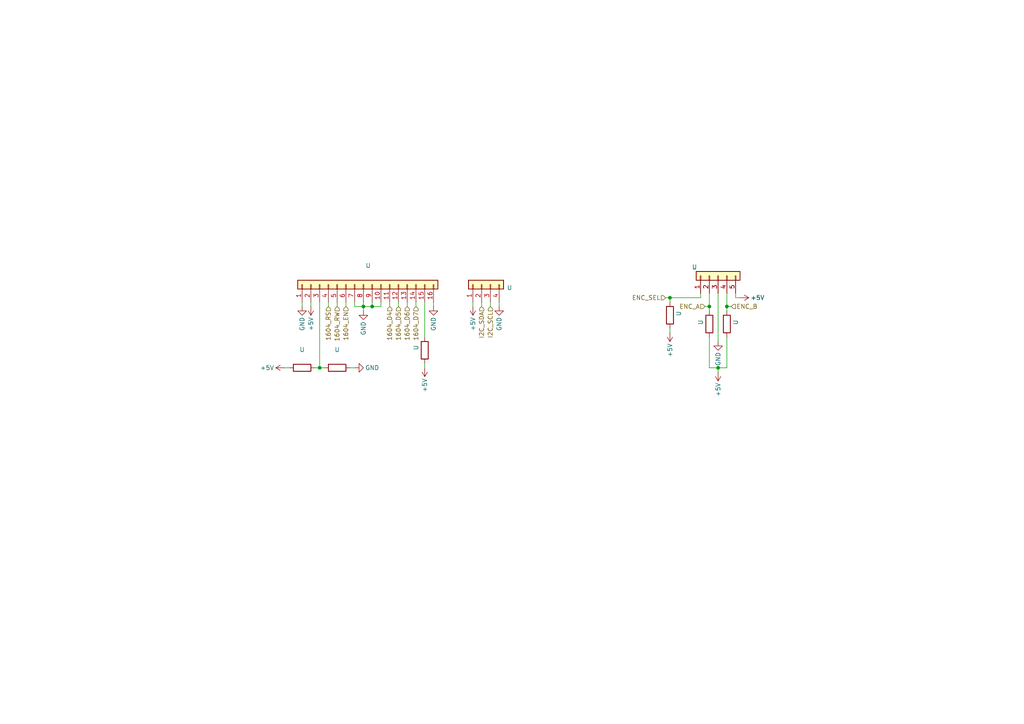
<source format=kicad_sch>
(kicad_sch (version 20220622) (generator eeschema)
  (paper "A4")
  (lib_symbols
    (symbol "Connector_Generic:Conn_01x04" (pin_names (offset 1.016) hide)
      (property "Reference" "J" (at 0 5.08 0))
      (property "Value" "Conn_01x04" (at 0 -7.62 0))
      (symbol "Conn_01x04_1_1"
        (rectangle (start -1.27 -4.953) (end 0 -5.207) (stroke (width 0.1524)))
        (rectangle (start -1.27 -2.413) (end 0 -2.667) (stroke (width 0.1524)))
        (rectangle (start -1.27 0.127) (end 0 -0.127) (stroke (width 0.1524)))
        (rectangle (start -1.27 2.667) (end 0 2.413) (stroke (width 0.1524)))
        (rectangle (start -1.27 3.81) (end 1.27 -6.35) (stroke (width 0.254)) (fill (type background)))
        (pin passive line (at -5.08 2.54 0) (length 3.81) (name "Pin_1") (number "1"))
        (pin passive line (at -5.08 0 0) (length 3.81) (name "Pin_2") (number "2"))
        (pin passive line (at -5.08 -2.54 0) (length 3.81) (name "Pin_3") (number "3"))
        (pin passive line (at -5.08 -5.08 0) (length 3.81) (name "Pin_4") (number "4"))
      )
    )
    (symbol "Connector_Generic:Conn_01x05" (pin_names (offset 1.016) hide)
      (property "Reference" "J" (at 0 7.62 0))
      (property "Value" "Conn_01x05" (at 0 -7.62 0))
      (symbol "Conn_01x05_1_1"
        (rectangle (start -1.27 -4.953) (end 0 -5.207) (stroke (width 0.1524)))
        (rectangle (start -1.27 -2.413) (end 0 -2.667) (stroke (width 0.1524)))
        (rectangle (start -1.27 0.127) (end 0 -0.127) (stroke (width 0.1524)))
        (rectangle (start -1.27 2.667) (end 0 2.413) (stroke (width 0.1524)))
        (rectangle (start -1.27 5.207) (end 0 4.953) (stroke (width 0.1524)))
        (rectangle (start -1.27 6.35) (end 1.27 -6.35) (stroke (width 0.254)) (fill (type background)))
        (pin passive line (at -5.08 5.08 0) (length 3.81) (name "Pin_1") (number "1"))
        (pin passive line (at -5.08 2.54 0) (length 3.81) (name "Pin_2") (number "2"))
        (pin passive line (at -5.08 0 0) (length 3.81) (name "Pin_3") (number "3"))
        (pin passive line (at -5.08 -2.54 0) (length 3.81) (name "Pin_4") (number "4"))
        (pin passive line (at -5.08 -5.08 0) (length 3.81) (name "Pin_5") (number "5"))
      )
    )
    (symbol "Connector_Generic:Conn_01x16" (pin_names (offset 1.016) hide)
      (property "Reference" "J" (at 0 20.32 0))
      (property "Value" "Conn_01x16" (at 0 -22.86 0))
      (symbol "Conn_01x16_1_1"
        (rectangle (start -1.27 -20.193) (end 0 -20.447) (stroke (width 0.1524)))
        (rectangle (start -1.27 -17.653) (end 0 -17.907) (stroke (width 0.1524)))
        (rectangle (start -1.27 -15.113) (end 0 -15.367) (stroke (width 0.1524)))
        (rectangle (start -1.27 -12.573) (end 0 -12.827) (stroke (width 0.1524)))
        (rectangle (start -1.27 -10.033) (end 0 -10.287) (stroke (width 0.1524)))
        (rectangle (start -1.27 -7.493) (end 0 -7.747) (stroke (width 0.1524)))
        (rectangle (start -1.27 -4.953) (end 0 -5.207) (stroke (width 0.1524)))
        (rectangle (start -1.27 -2.413) (end 0 -2.667) (stroke (width 0.1524)))
        (rectangle (start -1.27 0.127) (end 0 -0.127) (stroke (width 0.1524)))
        (rectangle (start -1.27 2.667) (end 0 2.413) (stroke (width 0.1524)))
        (rectangle (start -1.27 5.207) (end 0 4.953) (stroke (width 0.1524)))
        (rectangle (start -1.27 7.747) (end 0 7.493) (stroke (width 0.1524)))
        (rectangle (start -1.27 10.287) (end 0 10.033) (stroke (width 0.1524)))
        (rectangle (start -1.27 12.827) (end 0 12.573) (stroke (width 0.1524)))
        (rectangle (start -1.27 15.367) (end 0 15.113) (stroke (width 0.1524)))
        (rectangle (start -1.27 17.907) (end 0 17.653) (stroke (width 0.1524)))
        (rectangle (start -1.27 19.05) (end 1.27 -21.59) (stroke (width 0.254)) (fill (type background)))
        (pin passive line (at -5.08 17.78 0) (length 3.81) (name "Pin_1") (number "1"))
        (pin passive line (at -5.08 -5.08 0) (length 3.81) (name "Pin_10") (number "10"))
        (pin passive line (at -5.08 -7.62 0) (length 3.81) (name "Pin_11") (number "11"))
        (pin passive line (at -5.08 -10.16 0) (length 3.81) (name "Pin_12") (number "12"))
        (pin passive line (at -5.08 -12.7 0) (length 3.81) (name "Pin_13") (number "13"))
        (pin passive line (at -5.08 -15.24 0) (length 3.81) (name "Pin_14") (number "14"))
        (pin passive line (at -5.08 -17.78 0) (length 3.81) (name "Pin_15") (number "15"))
        (pin passive line (at -5.08 -20.32 0) (length 3.81) (name "Pin_16") (number "16"))
        (pin passive line (at -5.08 15.24 0) (length 3.81) (name "Pin_2") (number "2"))
        (pin passive line (at -5.08 12.7 0) (length 3.81) (name "Pin_3") (number "3"))
        (pin passive line (at -5.08 10.16 0) (length 3.81) (name "Pin_4") (number "4"))
        (pin passive line (at -5.08 7.62 0) (length 3.81) (name "Pin_5") (number "5"))
        (pin passive line (at -5.08 5.08 0) (length 3.81) (name "Pin_6") (number "6"))
        (pin passive line (at -5.08 2.54 0) (length 3.81) (name "Pin_7") (number "7"))
        (pin passive line (at -5.08 0 0) (length 3.81) (name "Pin_8") (number "8"))
        (pin passive line (at -5.08 -2.54 0) (length 3.81) (name "Pin_9") (number "9"))
      )
    )
    (symbol "Device:R" (pin_numbers hide) (pin_names (offset 0))
      (property "Reference" "R" (at 2.032 0 90))
      (property "Value" "R" (at 0 0 90))
      (symbol "R_0_1"
        (rectangle (start -1.016 -2.54) (end 1.016 2.54) (stroke (width 0.254)))
      )
      (symbol "R_1_1"
        (pin passive line (at 0 3.81 270) (length 1.27) (name "~") (number "1"))
        (pin passive line (at 0 -3.81 90) (length 1.27) (name "~") (number "2"))
      )
    )
    (symbol "power:+5V" (power) (pin_names (offset 0))
      (property "Value" "+5V" (at 0 3.556 0))
      (symbol "+5V_0_1"
        (polyline (pts (xy -0.762 1.27) (xy 0 2.54)))
        (polyline (pts (xy 0 0) (xy 0 2.54)))
        (polyline (pts (xy 0 2.54) (xy 0.762 1.27)))
      )
      (symbol "+5V_1_1"
        (pin power_in line (at 0 0 90) (length 0) hide (name "+5V") (number "1"))
      )
    )
    (symbol "power:GND" (power) (pin_names (offset 0))
      (property "Value" "GND" (at 0 -3.81 0))
      (symbol "GND_0_1"
        (polyline (pts (xy 0 0) (xy 0 -1.27) (xy 1.27 -1.27) (xy 0 -2.54) (xy -1.27 -1.27) (xy 0 -1.27)))
      )
      (symbol "GND_1_1"
        (pin power_in line (at 0 0 270) (length 0) hide (name "GND") (number "1"))
      )
    )
  )
  (junction (at 210.82 88.9))
  (junction (at 107.95 88.9))
  (junction (at 105.41 88.9))
  (junction (at 205.74 88.9))
  (junction (at 208.28 106.68))
  (junction (at 92.71 106.68))
  (junction (at 194.31 86.36))
  (wire (pts (xy 194.31 87.63) (xy 194.31 86.36)))
  (wire (pts (xy 110.49 88.9) (xy 110.49 87.63)))
  (wire (pts (xy 210.82 97.79) (xy 210.82 106.68)))
  (wire (pts (xy 203.2 86.36) (xy 203.2 85.09)))
  (wire (pts (xy 82.55 106.68) (xy 83.82 106.68)))
  (wire (pts (xy 107.95 87.63) (xy 107.95 88.9)))
  (wire (pts (xy 210.82 106.68) (xy 208.28 106.68)))
  (wire (pts (xy 142.24 87.63) (xy 142.24 88.9)))
  (wire (pts (xy 205.74 106.68) (xy 205.74 97.79)))
  (wire (pts (xy 213.36 86.36) (xy 214.63 86.36)))
  (wire (pts (xy 101.6 106.68) (xy 102.87 106.68)))
  (wire (pts (xy 113.03 87.63) (xy 113.03 88.9)))
  (wire (pts (xy 102.87 88.9) (xy 105.41 88.9)))
  (wire (pts (xy 208.28 106.68) (xy 205.74 106.68)))
  (wire (pts (xy 212.09 88.9) (xy 210.82 88.9)))
  (wire (pts (xy 208.28 85.09) (xy 208.28 99.06)))
  (wire (pts (xy 115.57 87.63) (xy 115.57 88.9)))
  (wire (pts (xy 92.71 87.63) (xy 92.71 106.68)))
  (wire (pts (xy 107.95 88.9) (xy 110.49 88.9)))
  (wire (pts (xy 107.95 88.9) (xy 105.41 88.9)))
  (wire (pts (xy 123.19 87.63) (xy 123.19 97.79)))
  (wire (pts (xy 210.82 85.09) (xy 210.82 88.9)))
  (wire (pts (xy 100.33 87.63) (xy 100.33 88.9)))
  (wire (pts (xy 105.41 87.63) (xy 105.41 88.9)))
  (wire (pts (xy 105.41 88.9) (xy 105.41 90.17)))
  (wire (pts (xy 205.74 88.9) (xy 204.47 88.9)))
  (wire (pts (xy 90.17 87.63) (xy 90.17 88.9)))
  (wire (pts (xy 137.16 87.63) (xy 137.16 88.9)))
  (wire (pts (xy 205.74 90.17) (xy 205.74 88.9)))
  (wire (pts (xy 102.87 87.63) (xy 102.87 88.9)))
  (wire (pts (xy 95.25 87.63) (xy 95.25 88.9)))
  (wire (pts (xy 194.31 86.36) (xy 203.2 86.36)))
  (wire (pts (xy 194.31 86.36) (xy 193.04 86.36)))
  (wire (pts (xy 205.74 85.09) (xy 205.74 88.9)))
  (wire (pts (xy 120.65 87.63) (xy 120.65 88.9)))
  (wire (pts (xy 87.63 87.63) (xy 87.63 88.9)))
  (wire (pts (xy 139.7 87.63) (xy 139.7 88.9)))
  (wire (pts (xy 92.71 106.68) (xy 93.98 106.68)))
  (wire (pts (xy 210.82 90.17) (xy 210.82 88.9)))
  (wire (pts (xy 92.71 106.68) (xy 91.44 106.68)))
  (wire (pts (xy 144.78 87.63) (xy 144.78 88.9)))
  (wire (pts (xy 208.28 106.68) (xy 208.28 107.95)))
  (wire (pts (xy 213.36 85.09) (xy 213.36 86.36)))
  (wire (pts (xy 97.79 87.63) (xy 97.79 88.9)))
  (wire (pts (xy 118.11 87.63) (xy 118.11 88.9)))
  (wire (pts (xy 194.31 95.25) (xy 194.31 96.52)))
  (wire (pts (xy 123.19 105.41) (xy 123.19 106.68)))
  (wire (pts (xy 125.73 87.63) (xy 125.73 88.9)))
  (hierarchical_label "ENC_A" (shape input) (at 204.47 88.9 180))
  (hierarchical_label "I2C_SCL" (shape input) (at 142.24 88.9 270))
  (hierarchical_label "1604_D7" (shape input) (at 120.65 88.9 270))
  (hierarchical_label "1604_RS" (shape input) (at 95.25 88.9 270))
  (hierarchical_label "ENC_SEL" (shape input) (at 193.04 86.36 180))
  (hierarchical_label "1604_RW" (shape input) (at 97.79 88.9 270))
  (hierarchical_label "1604_D4" (shape input) (at 113.03 88.9 270))
  (hierarchical_label "1604_D6" (shape input) (at 118.11 88.9 270))
  (hierarchical_label "1604_EN" (shape input) (at 100.33 88.9 270))
  (hierarchical_label "ENC_B" (shape input) (at 212.09 88.9 0))
  (hierarchical_label "I2C_SDA" (shape input) (at 139.7 88.9 270))
  (hierarchical_label "1604_D5" (shape input) (at 115.57 88.9 270))
  (symbol (lib_id "Connector_Generic:Conn_01x16") (at 105.41 82.55 90) (unit 1)
    (default_instance (reference "U") (unit 1) (value "") (footprint ""))
    (property "Reference" "U" (at 106.7816 77.0382 90))
  )
  (symbol (lib_id "power:GND") (at 87.63 88.9 0) (unit 1)
    (default_instance (reference "U") (unit 1) (value "") (footprint ""))
    (property "Reference" "U" (effects hide))
  )
  (symbol (lib_id "power:+5V") (at 90.17 88.9 180) (unit 1)
    (default_instance (reference "U") (unit 1) (value "") (footprint ""))
    (property "Reference" "U" (effects hide))
  )
  (symbol (lib_id "Device:R") (at 87.63 106.68 270) (unit 1)
    (default_instance (reference "U") (unit 1) (value "") (footprint ""))
    (property "Reference" "U" (at 87.63 101.4222 90))
  )
  (symbol (lib_id "Device:R") (at 97.79 106.68 270) (unit 1)
    (default_instance (reference "U") (unit 1) (value "") (footprint ""))
    (property "Reference" "U" (at 97.79 101.4222 90))
  )
  (symbol (lib_id "power:GND") (at 102.87 106.68 90) (unit 1)
    (default_instance (reference "U") (unit 1) (value "") (footprint ""))
    (property "Reference" "U" (effects hide))
  )
  (symbol (lib_id "power:+5V") (at 82.55 106.68 90) (unit 1)
    (default_instance (reference "U") (unit 1) (value "") (footprint ""))
    (property "Reference" "U" (effects hide))
  )
  (symbol (lib_id "power:GND") (at 105.41 90.17 0) (unit 1)
    (default_instance (reference "U") (unit 1) (value "") (footprint ""))
    (property "Reference" "U" (effects hide))
  )
  (symbol (lib_id "Device:R") (at 123.19 101.6 180) (unit 1)
    (default_instance (reference "U") (unit 1) (value "") (footprint ""))
    (property "Reference" "U" (at 120.65 101.6 90) (effects (justify right)))
  )
  (symbol (lib_id "power:+5V") (at 123.19 106.68 180) (unit 1)
    (default_instance (reference "U") (unit 1) (value "") (footprint ""))
    (property "Reference" "U" (effects hide))
  )
  (symbol (lib_id "power:GND") (at 125.73 88.9 0) (unit 1)
    (default_instance (reference "U") (unit 1) (value "") (footprint ""))
    (property "Reference" "U" (effects hide))
  )
  (symbol (lib_id "Connector_Generic:Conn_01x04") (at 139.7 82.55 90) (unit 1)
    (default_instance (reference "U") (unit 1) (value "") (footprint ""))
    (property "Reference" "U" (at 147.0152 83.4644 90) (effects (justify right)))
  )
  (symbol (lib_id "power:+5V") (at 137.16 88.9 180) (unit 1)
    (default_instance (reference "U") (unit 1) (value "") (footprint ""))
    (property "Reference" "U" (effects hide))
  )
  (symbol (lib_id "power:GND") (at 144.78 88.9 0) (unit 1)
    (default_instance (reference "U") (unit 1) (value "") (footprint ""))
    (property "Reference" "U" (effects hide))
  )
  (symbol (lib_id "Device:R") (at 210.82 93.98 0) (unit 1)
    (default_instance (reference "U") (unit 1) (value "") (footprint ""))
    (property "Reference" "U" (at 213.36 92.71 90) (effects (justify right)))
  )
  (symbol (lib_id "Device:R") (at 205.74 93.98 0) (unit 1)
    (default_instance (reference "U") (unit 1) (value "") (footprint ""))
    (property "Reference" "U" (at 203.2 92.71 90) (effects (justify right)))
  )
  (symbol (lib_id "power:GND") (at 208.28 99.06 0) (unit 1)
    (default_instance (reference "U") (unit 1) (value "") (footprint ""))
    (property "Reference" "U" (effects hide))
  )
  (symbol (lib_id "power:+5V") (at 208.28 107.95 180) (unit 1)
    (default_instance (reference "U") (unit 1) (value "") (footprint ""))
    (property "Reference" "U" (effects hide))
  )
  (symbol (lib_id "Device:R") (at 194.31 91.44 0) (unit 1)
    (default_instance (reference "U") (unit 1) (value "") (footprint ""))
    (property "Reference" "U" (at 196.85 90.17 90) (effects (justify right)))
  )
  (symbol (lib_id "power:+5V") (at 194.31 96.52 180) (unit 1)
    (default_instance (reference "U") (unit 1) (value "") (footprint ""))
    (property "Reference" "U" (effects hide))
  )
  (symbol (lib_id "Connector_Generic:Conn_01x05") (at 208.28 80.01 90) (unit 1)
    (default_instance (reference "U") (unit 1) (value "") (footprint ""))
    (property "Reference" "U" (at 200.66 77.47 90) (effects (justify right)))
  )
  (symbol (lib_id "power:+5V") (at 214.63 86.36 270) (unit 1)
    (default_instance (reference "U") (unit 1) (value "") (footprint ""))
    (property "Reference" "U" (effects hide))
  )
)
</source>
